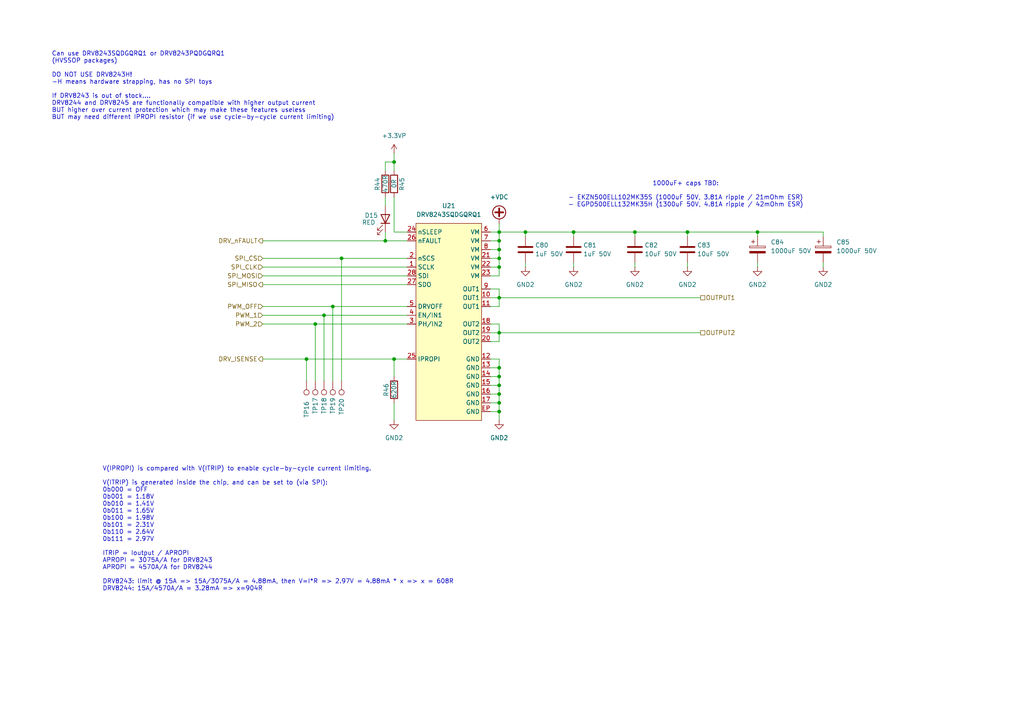
<source format=kicad_sch>
(kicad_sch (version 20250114) (generator "eeschema") (generator_version "9.0")
  (paper "A4")
  (lib_symbols
    (symbol "Connector:TestPoint" (pin_numbers (hide yes)) (pin_names (offset 0.762) (hide yes))
      (property "Reference" "TP" (at 0 6.858 0))
      (property "Value" "TestPoint" (at 0 5.08 0))
      (symbol "TestPoint_0_1"
        (circle (center 0 3.302) (radius 0.762))
      )
      (symbol "TestPoint_1_1"
        (pin passive line (at 0 0 90) (length 2.54) (name "1") (number "1"))
      )
    )
    (symbol "Device:C" (pin_numbers (hide yes)) (pin_names (offset 0.254))
      (property "Reference" "C" (at 0.635 2.54 0))
      (property "Value" "C" (at 0.635 -2.54 0))
      (symbol "C_0_1"
        (polyline (pts (xy -2.032 0.762) (xy 2.032 0.762)) (stroke (width 0.508)))
        (polyline (pts (xy -2.032 -0.762) (xy 2.032 -0.762)) (stroke (width 0.508)))
      )
      (symbol "C_1_1"
        (pin passive line (at 0 3.81 270) (length 2.794) (name "~") (number "1"))
        (pin passive line (at 0 -3.81 90) (length 2.794) (name "~") (number "2"))
      )
    )
    (symbol "Device:C_Polarized" (pin_numbers (hide yes)) (pin_names (offset 0.254))
      (property "Reference" "C" (at 0.635 2.54 0))
      (property "Value" "C_Polarized" (at 0.635 -2.54 0))
      (symbol "C_Polarized_0_1"
        (rectangle (start -2.286 0.508) (end 2.286 1.016))
        (polyline (pts (xy -1.778 2.286) (xy -0.762 2.286)))
        (polyline (pts (xy -1.27 2.794) (xy -1.27 1.778)))
        (rectangle (start 2.286 -0.508) (end -2.286 -1.016) (fill (type outline)))
      )
      (symbol "C_Polarized_1_1"
        (pin passive line (at 0 3.81 270) (length 2.794) (name "~") (number "1"))
        (pin passive line (at 0 -3.81 90) (length 2.794) (name "~") (number "2"))
      )
    )
    (symbol "Device:LED" (pin_numbers (hide yes)) (pin_names (offset 1.016) (hide yes))
      (property "Reference" "D" (at 0 2.54 0))
      (property "Value" "LED" (at 0 -2.54 0))
      (symbol "LED_0_1"
        (polyline (pts (xy -3.048 -0.762) (xy -4.572 -2.286) (xy -3.81 -2.286) (xy -4.572 -2.286) (xy -4.572 -1.524)))
        (polyline (pts (xy -1.778 -0.762) (xy -3.302 -2.286) (xy -2.54 -2.286) (xy -3.302 -2.286) (xy -3.302 -1.524)))
        (polyline (pts (xy -1.27 0) (xy 1.27 0)))
        (polyline (pts (xy -1.27 -1.27) (xy -1.27 1.27)) (stroke (width 0.254)))
        (polyline (pts (xy 1.27 -1.27) (xy 1.27 1.27) (xy -1.27 0) (xy 1.27 -1.27)) (stroke (width 0.254)))
      )
      (symbol "LED_1_1"
        (pin passive line (at -3.81 0 0) (length 2.54) (name "K") (number "1"))
        (pin passive line (at 3.81 0 180) (length 2.54) (name "A") (number "2"))
      )
    )
    (symbol "Device:R" (pin_numbers (hide yes)) (pin_names (offset 0))
      (property "Reference" "R" (at 2.032 0 90))
      (property "Value" "R" (at 0 0 90))
      (symbol "R_0_1"
        (rectangle (start -1.016 -2.54) (end 1.016 2.54) (stroke (width 0.254)))
      )
      (symbol "R_1_1"
        (pin passive line (at 0 3.81 270) (length 1.27) (name "~") (number "1"))
        (pin passive line (at 0 -3.81 90) (length 1.27) (name "~") (number "2"))
      )
    )
    (symbol "parts:DRV8243SQDGQRQ1"
      (property "Reference" "U" (at 0.762 1.27 0))
      (property "Value" "DRV8243SQDGQRQ1" (at 14.224 1.27 0))
      (symbol "DRV8243SQDGQRQ1_1_1"
        (rectangle (start 0 0) (end 19.05 -57.15) (fill (type background)))
        (pin input line (at -2.54 -2.54 0) (length 2.54) (name "nSLEEP") (number "24"))
        (pin input line (at -2.54 -5.08 0) (length 2.54) (name "nFAULT") (number "26"))
        (pin input line (at -2.54 -10.16 0) (length 2.54) (name "nSCS") (number "2"))
        (pin input line (at -2.54 -12.7 0) (length 2.54) (name "SCLK") (number "1"))
        (pin input line (at -2.54 -15.24 0) (length 2.54) (name "SDI") (number "28"))
        (pin output line (at -2.54 -17.78 0) (length 2.54) (name "SDO") (number "27"))
        (pin input line (at -2.54 -24.13 0) (length 2.54) (name "DRVOFF") (number "5"))
        (pin input line (at -2.54 -26.67 0) (length 2.54) (name "EN/IN1") (number "4"))
        (pin input line (at -2.54 -29.21 0) (length 2.54) (name "PH/IN2") (number "3"))
        (pin passive line (at -2.54 -39.37 0) (length 2.54) (name "IPROPI") (number "25"))
        (pin power_in line (at 21.59 -2.54 180) (length 2.54) (name "VM") (number "6"))
        (pin power_in line (at 21.59 -5.08 180) (length 2.54) (name "VM") (number "7"))
        (pin power_in line (at 21.59 -7.62 180) (length 2.54) (name "VM") (number "8"))
        (pin power_in line (at 21.59 -10.16 180) (length 2.54) (name "VM") (number "21"))
        (pin power_in line (at 21.59 -12.7 180) (length 2.54) (name "VM") (number "22"))
        (pin power_in line (at 21.59 -15.24 180) (length 2.54) (name "VM") (number "23"))
        (pin output line (at 21.59 -19.05 180) (length 2.54) (name "OUT1") (number "9"))
        (pin output line (at 21.59 -21.59 180) (length 2.54) (name "OUT1") (number "10"))
        (pin output line (at 21.59 -24.13 180) (length 2.54) (name "OUT1") (number "11"))
        (pin output line (at 21.59 -29.21 180) (length 2.54) (name "OUT2") (number "18"))
        (pin output line (at 21.59 -31.75 180) (length 2.54) (name "OUT2") (number "19"))
        (pin output line (at 21.59 -34.29 180) (length 2.54) (name "OUT2") (number "20"))
        (pin power_in line (at 21.59 -39.37 180) (length 2.54) (name "GND") (number "12"))
        (pin power_in line (at 21.59 -41.91 180) (length 2.54) (name "GND") (number "13"))
        (pin power_in line (at 21.59 -44.45 180) (length 2.54) (name "GND") (number "14"))
        (pin power_in line (at 21.59 -46.99 180) (length 2.54) (name "GND") (number "15"))
        (pin power_in line (at 21.59 -49.53 180) (length 2.54) (name "GND") (number "16"))
        (pin power_in line (at 21.59 -52.07 180) (length 2.54) (name "GND") (number "17"))
        (pin power_in line (at 21.59 -54.61 180) (length 2.54) (name "GND") (number "EP"))
      )
    )
    (symbol "power:+3.3VP" (power) (pin_numbers (hide yes)) (pin_names (offset 0) (hide yes))
      (property "Value" "+3.3VP" (at 0 3.556 0))
      (symbol "+3.3VP_0_0"
        (pin power_in line (at 0 0 90) (length 0) (name "~") (number "1"))
      )
      (symbol "+3.3VP_0_1"
        (polyline (pts (xy -0.762 1.27) (xy 0 2.54)))
        (polyline (pts (xy 0 2.54) (xy 0.762 1.27)))
        (polyline (pts (xy 0 0) (xy 0 2.54)))
      )
    )
    (symbol "power:+VDC" (power) (pin_numbers (hide yes)) (pin_names (offset 0) (hide yes))
      (property "Value" "+VDC" (at 0 6.35 0))
      (symbol "+VDC_0_1"
        (polyline (pts (xy -1.143 3.175) (xy 1.143 3.175)) (stroke (width 0.508)))
        (circle (center 0 3.175) (radius 1.905) (stroke (width 0.254)))
        (polyline (pts (xy 0 2.032) (xy 0 4.318)) (stroke (width 0.508)))
        (polyline (pts (xy 0 0) (xy 0 1.27)))
      )
      (symbol "+VDC_1_1"
        (pin power_in line (at 0 0 90) (length 0) (name "~") (number "1"))
      )
    )
    (symbol "power:GND2" (power) (pin_numbers (hide yes)) (pin_names (offset 0) (hide yes))
      (property "Value" "GND2" (at 0 -3.81 0))
      (symbol "GND2_0_1"
        (polyline (pts (xy 0 0) (xy 0 -1.27) (xy 1.27 -1.27) (xy 0 -2.54) (xy -1.27 -1.27) (xy 0 -1.27)))
      )
      (symbol "GND2_1_1"
        (pin power_in line (at 0 0 270) (length 0) (name "~") (number "1"))
      )
    )
  )
  (text "Can use DRV8243SQDGQRQ1 or DRV8243PQDGQRQ1\n(HVSSOP packages)\n\nDO NOT USE DRV8243H!\n-H means hardware strapping, has no SPI toys\n\nIf DRV8243 is out of stock....\nDRV8244 and DRV8245 are functionally compatible with higher output current\nBUT higher over current protection which may make these features useless\nBUT may need different IPROPI resistor (if we use cycle-by-cycle current limiting)" (at 14.986 24.892 0) (effects (font (size 1.27 1.27)) (justify left)))
  (text "1000uF+ caps TBD:\n\n- EKZN500ELL102MK35S (1000uF 50V, 3.81A ripple / 21mOhm ESR)\n- EGPD500ELL132MK35H (1300uF 50V, 4.81A ripple / 42mOhm ESR)" (at 198.882 56.388 0) (effects (font (size 1.27 1.27))))
  (text "V(IPROPI) is compared with V(ITRIP) to enable cycle-by-cycle current limiting.\n\nV(ITRIP) is generated inside the chip, and can be set to (via SPI):\n0b000 = OFF\n0b001 = 1.18V\n0b010 = 1.41V\n0b011 = 1.65V\n0b100 = 1.98V\n0b101 = 2.31V\n0b110 = 2.64V\n0b111 = 2.97V\n\nITRIP = Ioutput / APROPI\nAPROPI = 3075A/A for DRV8243\nAPROPI = 4570A/A for DRV8244\n\nDRV8243: limit @ 15A => 15A/3075A/A = 4.88mA, then V=I*R => 2.97V = 4.88mA * x => x = 608R\nDRV8244: 15A/4570A/A = 3.28mA => x=904R" (at 29.718 153.416 0) (effects (font (size 1.27 1.27)) (justify left)))
  (junction (at 144.78 67.31))
  (junction (at 91.44 93.98))
  (junction (at 199.39 67.31))
  (junction (at 144.78 77.47))
  (junction (at 144.78 96.52))
  (junction (at 184.15 67.31))
  (junction (at 144.78 72.39))
  (junction (at 144.78 86.36))
  (junction (at 144.78 74.93))
  (junction (at 114.3 104.14))
  (junction (at 144.78 119.38))
  (junction (at 144.78 114.3))
  (junction (at 144.78 69.85))
  (junction (at 144.78 109.22))
  (junction (at 144.78 111.76))
  (junction (at 88.9 104.14))
  (junction (at 99.06 74.93))
  (junction (at 96.52 88.9))
  (junction (at 219.71 67.31))
  (junction (at 111.76 69.85))
  (junction (at 144.78 116.84))
  (junction (at 166.37 67.31))
  (junction (at 93.98 91.44))
  (junction (at 114.3 46.99))
  (junction (at 152.4 67.31))
  (junction (at 144.78 106.68))
  (wire (pts (xy 142.24 74.93) (xy 144.78 74.93)))
  (wire (pts (xy 142.24 96.52) (xy 144.78 96.52)))
  (wire (pts (xy 142.24 106.68) (xy 144.78 106.68)))
  (wire (pts (xy 142.24 114.3) (xy 144.78 114.3)))
  (wire (pts (xy 114.3 67.31) (xy 114.3 57.15)))
  (wire (pts (xy 111.76 49.53) (xy 111.76 46.99)))
  (wire (pts (xy 144.78 83.82) (xy 144.78 86.36)))
  (wire (pts (xy 144.78 67.31) (xy 144.78 64.77)))
  (wire (pts (xy 142.24 86.36) (xy 144.78 86.36)))
  (wire (pts (xy 144.78 72.39) (xy 144.78 69.85)))
  (wire (pts (xy 152.4 68.58) (xy 152.4 67.31)))
  (wire (pts (xy 152.4 67.31) (xy 144.78 67.31)))
  (wire (pts (xy 114.3 116.84) (xy 114.3 121.92)))
  (wire (pts (xy 76.2 88.9) (xy 96.52 88.9)))
  (wire (pts (xy 142.24 111.76) (xy 144.78 111.76)))
  (wire (pts (xy 199.39 67.31) (xy 219.71 67.31)))
  (wire (pts (xy 144.78 96.52) (xy 203.2 96.52)))
  (wire (pts (xy 142.24 77.47) (xy 144.78 77.47)))
  (wire (pts (xy 144.78 99.06) (xy 144.78 96.52)))
  (wire (pts (xy 118.11 69.85) (xy 111.76 69.85)))
  (wire (pts (xy 238.76 67.31) (xy 219.71 67.31)))
  (wire (pts (xy 76.2 74.93) (xy 99.06 74.93)))
  (wire (pts (xy 184.15 68.58) (xy 184.15 67.31)))
  (wire (pts (xy 114.3 46.99) (xy 114.3 44.45)))
  (wire (pts (xy 91.44 93.98) (xy 118.11 93.98)))
  (wire (pts (xy 142.24 80.01) (xy 144.78 80.01)))
  (wire (pts (xy 118.11 104.14) (xy 114.3 104.14)))
  (wire (pts (xy 142.24 109.22) (xy 144.78 109.22)))
  (wire (pts (xy 114.3 49.53) (xy 114.3 46.99)))
  (wire (pts (xy 96.52 88.9) (xy 96.52 110.49)))
  (wire (pts (xy 184.15 76.2) (xy 184.15 77.47)))
  (wire (pts (xy 142.24 72.39) (xy 144.78 72.39)))
  (wire (pts (xy 142.24 104.14) (xy 144.78 104.14)))
  (wire (pts (xy 219.71 76.2) (xy 219.71 77.47)))
  (wire (pts (xy 144.78 69.85) (xy 144.78 67.31)))
  (wire (pts (xy 142.24 88.9) (xy 144.78 88.9)))
  (wire (pts (xy 76.2 91.44) (xy 93.98 91.44)))
  (wire (pts (xy 144.78 86.36) (xy 203.2 86.36)))
  (wire (pts (xy 166.37 67.31) (xy 184.15 67.31)))
  (wire (pts (xy 238.76 76.2) (xy 238.76 77.47)))
  (wire (pts (xy 199.39 76.2) (xy 199.39 77.47)))
  (wire (pts (xy 93.98 91.44) (xy 93.98 110.49)))
  (wire (pts (xy 76.2 82.55) (xy 118.11 82.55)))
  (wire (pts (xy 166.37 76.2) (xy 166.37 77.47)))
  (wire (pts (xy 144.78 80.01) (xy 144.78 77.47)))
  (wire (pts (xy 144.78 116.84) (xy 144.78 119.38)))
  (wire (pts (xy 142.24 83.82) (xy 144.78 83.82)))
  (wire (pts (xy 184.15 67.31) (xy 199.39 67.31)))
  (wire (pts (xy 99.06 74.93) (xy 118.11 74.93)))
  (wire (pts (xy 142.24 93.98) (xy 144.78 93.98)))
  (wire (pts (xy 199.39 68.58) (xy 199.39 67.31)))
  (wire (pts (xy 111.76 69.85) (xy 111.76 67.31)))
  (wire (pts (xy 99.06 110.49) (xy 99.06 74.93)))
  (wire (pts (xy 91.44 93.98) (xy 91.44 110.49)))
  (wire (pts (xy 142.24 69.85) (xy 144.78 69.85)))
  (wire (pts (xy 219.71 68.58) (xy 219.71 67.31)))
  (wire (pts (xy 142.24 67.31) (xy 144.78 67.31)))
  (wire (pts (xy 76.2 69.85) (xy 111.76 69.85)))
  (wire (pts (xy 118.11 67.31) (xy 114.3 67.31)))
  (wire (pts (xy 144.78 119.38) (xy 144.78 121.92)))
  (wire (pts (xy 144.78 104.14) (xy 144.78 106.68)))
  (wire (pts (xy 76.2 93.98) (xy 91.44 93.98)))
  (wire (pts (xy 144.78 109.22) (xy 144.78 111.76)))
  (wire (pts (xy 88.9 110.49) (xy 88.9 104.14)))
  (wire (pts (xy 111.76 59.69) (xy 111.76 57.15)))
  (wire (pts (xy 144.78 111.76) (xy 144.78 114.3)))
  (wire (pts (xy 142.24 119.38) (xy 144.78 119.38)))
  (wire (pts (xy 114.3 104.14) (xy 114.3 109.22)))
  (wire (pts (xy 144.78 93.98) (xy 144.78 96.52)))
  (wire (pts (xy 88.9 104.14) (xy 114.3 104.14)))
  (wire (pts (xy 152.4 67.31) (xy 166.37 67.31)))
  (wire (pts (xy 238.76 68.58) (xy 238.76 67.31)))
  (wire (pts (xy 76.2 80.01) (xy 118.11 80.01)))
  (wire (pts (xy 142.24 116.84) (xy 144.78 116.84)))
  (wire (pts (xy 144.78 88.9) (xy 144.78 86.36)))
  (wire (pts (xy 96.52 88.9) (xy 118.11 88.9)))
  (wire (pts (xy 144.78 114.3) (xy 144.78 116.84)))
  (wire (pts (xy 93.98 91.44) (xy 118.11 91.44)))
  (wire (pts (xy 166.37 68.58) (xy 166.37 67.31)))
  (wire (pts (xy 142.24 99.06) (xy 144.78 99.06)))
  (wire (pts (xy 76.2 104.14) (xy 88.9 104.14)))
  (wire (pts (xy 144.78 77.47) (xy 144.78 74.93)))
  (wire (pts (xy 111.76 46.99) (xy 114.3 46.99)))
  (wire (pts (xy 152.4 76.2) (xy 152.4 77.47)))
  (wire (pts (xy 76.2 77.47) (xy 118.11 77.47)))
  (wire (pts (xy 144.78 74.93) (xy 144.78 72.39)))
  (wire (pts (xy 144.78 106.68) (xy 144.78 109.22)))
  (hierarchical_label "SPI_MISO" (shape output) (at 76.2 82.55 180))
  (hierarchical_label "DRV_ISENSE" (shape output) (at 76.2 104.14 180))
  (hierarchical_label "OUTPUT2" (shape passive) (at 203.2 96.52 0))
  (hierarchical_label "SPI_CLK" (shape input) (at 76.2 77.47 180))
  (hierarchical_label "PWM_OFF" (shape input) (at 76.2 88.9 180))
  (hierarchical_label "PWM_1" (shape input) (at 76.2 91.44 180))
  (hierarchical_label "SPI_MOSI" (shape input) (at 76.2 80.01 180))
  (hierarchical_label "PWM_2" (shape input) (at 76.2 93.98 180))
  (hierarchical_label "OUTPUT1" (shape passive) (at 203.2 86.36 0))
  (hierarchical_label "SPI_CS" (shape input) (at 76.2 74.93 180))
  (hierarchical_label "DRV_nFAULT" (shape output) (at 76.2 69.85 180))
  (symbol (lib_id "power:GND2") (at 199.39 77.47 0) (unit 1)
    (property "Reference" "#PWR076" (effects (hide yes)))
    (property "Value" "GND2" (at 199.39 82.55 0))
    (property "Description" "Power symbol creates a global label with name \"GND2\" , ground" (effects (hide yes)))
    (instances (project "anarchytechnobox" (path "" (reference "#PWR0152") (unit 1)) (path "" (reference "#PWR0142") (unit 1)) (path "" (reference "#PWR086") (unit 1)) (path "" (reference "#PWR076") (unit 1))))
  )
  (symbol (lib_id "parts:DRV8243SQDGQRQ1") (at 120.65 64.77 0) (unit 1)
    (property "Reference" "U11" (at 130.175 59.69 0))
    (property "Value" "DRV8243SQDGQRQ1" (at 130.175 62.23 0))
    (property "Footprint" "parts:TI_HVSSOP-28" (effects (hide yes)))
    (property "Datasheet" "https://www.ti.com/lit/ds/symlink/drv8243-q1.pdf" (effects (hide yes)))
    (property "Description" "Automotive H-Bridge Driver with Integrated Current Sense and Diagnostics" (effects (hide yes)))
    (property "MPN" "DRV8243SQDGQRQ1" (effects (hide yes)))
    (instances (project "anarchytechnobox" (path "" (reference "U21") (unit 1)) (path "" (reference "U20") (unit 1)) (path "" (reference "U12") (unit 1)) (path "" (reference "U11") (unit 1))))
  )
  (symbol (lib_id "Connector:TestPoint") (at 91.44 110.49 180) (unit 1)
    (property "Reference" "TP2" (at 91.44 120.142 90) (effects (justify right)))
    (property "Value" "TestPoint" (effects (hide yes)))
    (property "Footprint" "TestPoint:TestPoint_Pad_D1.0mm" (effects (hide yes)))
    (property "Description" "test point" (effects (hide yes)))
    (instances (project "anarchytechnobox" (path "" (reference "TP17") (unit 1)) (path "" (reference "TP12") (unit 1)) (path "" (reference "TP7") (unit 1)) (path "" (reference "TP2") (unit 1))))
  )
  (symbol (lib_id "Device:C") (at 199.39 72.39 0) (unit 1)
    (property "Reference" "C37" (at 202.184 71.12 0) (effects (justify left)))
    (property "Value" "10uF 50V" (at 202.184 73.66 0) (effects (justify left)))
    (property "Footprint" "Capacitor_SMD:C_1206_3216Metric" (effects (hide yes)))
    (property "Description" "Unpolarized capacitor" (effects (hide yes)))
    (instances (project "anarchytechnobox" (path "" (reference "C83") (unit 1)) (path "" (reference "C77") (unit 1)) (path "" (reference "C43") (unit 1)) (path "" (reference "C37") (unit 1))))
  )
  (symbol (lib_id "Device:R") (at 114.3 113.03 0) (mirror y) (unit 1)
    (property "Reference" "R14" (at 112.014 115.062 90) (effects (justify left)))
    (property "Value" "620R" (at 114.3 115.57 90) (effects (justify left)))
    (property "Footprint" "Resistor_SMD:R_0402_1005Metric" (effects (hide yes)))
    (property "Description" "Resistor" (effects (hide yes)))
    (instances (project "anarchytechnobox" (path "" (reference "R46") (unit 1)) (path "" (reference "R43") (unit 1)) (path "" (reference "R17") (unit 1)) (path "" (reference "R14") (unit 1))))
  )
  (symbol (lib_id "Device:C_Polarized") (at 219.71 72.39 0) (unit 1)
    (property "Reference" "C38" (at 223.52 70.2309 0) (effects (justify left)))
    (property "Value" "1000uF 50V" (at 223.52 72.7709 0) (effects (justify left)))
    (property "Footprint" "Capacitor_THT:CP_Radial_D12.5mm_P5.00mm" (effects (hide yes)))
    (property "Description" "Polarized capacitor" (effects (hide yes)))
    (instances (project "anarchytechnobox" (path "" (reference "C84") (unit 1)) (path "" (reference "C78") (unit 1)) (path "" (reference "C44") (unit 1)) (path "" (reference "C38") (unit 1))))
  )
  (symbol (lib_id "power:+3.3VP") (at 114.3 44.45 0) (unit 1)
    (property "Reference" "#PWR069" (effects (hide yes)))
    (property "Value" "+3.3VP" (at 114.3 39.37 0))
    (property "Description" "Power symbol creates a global label with name \"+3.3VP\"" (effects (hide yes)))
    (instances (project "anarchytechnobox" (path "" (reference "#PWR0145") (unit 1)) (path "" (reference "#PWR0135") (unit 1)) (path "" (reference "#PWR079") (unit 1)) (path "" (reference "#PWR069") (unit 1))))
  )
  (symbol (lib_id "Connector:TestPoint") (at 93.98 110.49 180) (unit 1)
    (property "Reference" "TP3" (at 93.98 120.142 90) (effects (justify right)))
    (property "Value" "TestPoint" (effects (hide yes)))
    (property "Footprint" "TestPoint:TestPoint_Pad_D1.0mm" (effects (hide yes)))
    (property "Description" "test point" (effects (hide yes)))
    (instances (project "anarchytechnobox" (path "" (reference "TP18") (unit 1)) (path "" (reference "TP13") (unit 1)) (path "" (reference "TP8") (unit 1)) (path "" (reference "TP3") (unit 1))))
  )
  (symbol (lib_id "power:GND2") (at 219.71 77.47 0) (unit 1)
    (property "Reference" "#PWR077" (effects (hide yes)))
    (property "Value" "GND2" (at 219.71 82.55 0))
    (property "Description" "Power symbol creates a global label with name \"GND2\" , ground" (effects (hide yes)))
    (instances (project "anarchytechnobox" (path "" (reference "#PWR0153") (unit 1)) (path "" (reference "#PWR0143") (unit 1)) (path "" (reference "#PWR087") (unit 1)) (path "" (reference "#PWR077") (unit 1))))
  )
  (symbol (lib_id "Device:C") (at 152.4 72.39 0) (unit 1)
    (property "Reference" "C34" (at 155.194 71.12 0) (effects (justify left)))
    (property "Value" "1uF 50V" (at 155.194 73.66 0) (effects (justify left)))
    (property "Footprint" "Capacitor_SMD:C_0603_1608Metric" (effects (hide yes)))
    (property "Description" "Unpolarized capacitor" (effects (hide yes)))
    (instances (project "anarchytechnobox" (path "" (reference "C80") (unit 1)) (path "" (reference "C74") (unit 1)) (path "" (reference "C40") (unit 1)) (path "" (reference "C34") (unit 1))))
  )
  (symbol (lib_id "Device:R") (at 114.3 53.34 0) (unit 1)
    (property "Reference" "R13" (at 116.586 55.372 90) (effects (justify left)))
    (property "Value" "0R" (at 114.3 54.61 90) (effects (justify left)))
    (property "Footprint" "Resistor_SMD:R_0402_1005Metric" (effects (hide yes)))
    (property "Description" "Resistor" (effects (hide yes)))
    (instances (project "anarchytechnobox" (path "" (reference "R45") (unit 1)) (path "" (reference "R42") (unit 1)) (path "" (reference "R16") (unit 1)) (path "" (reference "R13") (unit 1))))
  )
  (symbol (lib_id "power:GND2") (at 114.3 121.92 0) (unit 1)
    (property "Reference" "#PWR070" (effects (hide yes)))
    (property "Value" "GND2" (at 114.3 127 0))
    (property "Description" "Power symbol creates a global label with name \"GND2\" , ground" (effects (hide yes)))
    (instances (project "anarchytechnobox" (path "" (reference "#PWR0146") (unit 1)) (path "" (reference "#PWR0136") (unit 1)) (path "" (reference "#PWR080") (unit 1)) (path "" (reference "#PWR070") (unit 1))))
  )
  (symbol (lib_id "Device:R") (at 111.76 53.34 0) (mirror y) (unit 1)
    (property "Reference" "R12" (at 109.474 55.372 90) (effects (justify left)))
    (property "Value" "470R" (at 111.76 55.88 90) (effects (justify left)))
    (property "Footprint" "Resistor_SMD:R_0402_1005Metric" (effects (hide yes)))
    (property "Description" "Resistor" (effects (hide yes)))
    (instances (project "anarchytechnobox" (path "" (reference "R44") (unit 1)) (path "" (reference "R41") (unit 1)) (path "" (reference "R15") (unit 1)) (path "" (reference "R12") (unit 1))))
  )
  (symbol (lib_id "Connector:TestPoint") (at 88.9 110.49 180) (unit 1)
    (property "Reference" "TP1" (at 88.9 116.332 90) (effects (justify left)))
    (property "Value" "TestPoint" (effects (hide yes)))
    (property "Footprint" "TestPoint:TestPoint_Pad_D1.0mm" (effects (hide yes)))
    (property "Description" "test point" (effects (hide yes)))
    (instances (project "anarchytechnobox" (path "" (reference "TP16") (unit 1)) (path "" (reference "TP11") (unit 1)) (path "" (reference "TP6") (unit 1)) (path "" (reference "TP1") (unit 1))))
  )
  (symbol (lib_id "Connector:TestPoint") (at 96.52 110.49 180) (unit 1)
    (property "Reference" "TP4" (at 96.52 120.142 90) (effects (justify right)))
    (property "Value" "TestPoint" (effects (hide yes)))
    (property "Footprint" "TestPoint:TestPoint_Pad_D1.0mm" (effects (hide yes)))
    (property "Description" "test point" (effects (hide yes)))
    (instances (project "anarchytechnobox" (path "" (reference "TP19") (unit 1)) (path "" (reference "TP14") (unit 1)) (path "" (reference "TP9") (unit 1)) (path "" (reference "TP4") (unit 1))))
  )
  (symbol (lib_id "power:GND2") (at 238.76 77.47 0) (unit 1)
    (property "Reference" "#PWR078" (effects (hide yes)))
    (property "Value" "GND2" (at 238.76 82.55 0))
    (property "Description" "Power symbol creates a global label with name \"GND2\" , ground" (effects (hide yes)))
    (instances (project "anarchytechnobox" (path "" (reference "#PWR0154") (unit 1)) (path "" (reference "#PWR0144") (unit 1)) (path "" (reference "#PWR088") (unit 1)) (path "" (reference "#PWR078") (unit 1))))
  )
  (symbol (lib_id "power:+VDC") (at 144.78 64.77 0) (unit 1)
    (property "Reference" "#PWR071" (effects (hide yes)))
    (property "Value" "+VDC" (at 144.78 57.15 0))
    (property "Description" "Power symbol creates a global label with name \"+VDC\"" (effects (hide yes)))
    (instances (project "anarchytechnobox" (path "" (reference "#PWR0147") (unit 1)) (path "" (reference "#PWR0137") (unit 1)) (path "" (reference "#PWR081") (unit 1)) (path "" (reference "#PWR071") (unit 1))))
  )
  (symbol (lib_id "power:GND2") (at 152.4 77.47 0) (unit 1)
    (property "Reference" "#PWR073" (effects (hide yes)))
    (property "Value" "GND2" (at 152.4 82.55 0))
    (property "Description" "Power symbol creates a global label with name \"GND2\" , ground" (effects (hide yes)))
    (instances (project "anarchytechnobox" (path "" (reference "#PWR0149") (unit 1)) (path "" (reference "#PWR0139") (unit 1)) (path "" (reference "#PWR083") (unit 1)) (path "" (reference "#PWR073") (unit 1))))
  )
  (symbol (lib_id "power:GND2") (at 144.78 121.92 0) (unit 1)
    (property "Reference" "#PWR072" (effects (hide yes)))
    (property "Value" "GND2" (at 144.78 127 0))
    (property "Description" "Power symbol creates a global label with name \"GND2\" , ground" (effects (hide yes)))
    (instances (project "anarchytechnobox" (path "" (reference "#PWR0148") (unit 1)) (path "" (reference "#PWR0138") (unit 1)) (path "" (reference "#PWR082") (unit 1)) (path "" (reference "#PWR072") (unit 1))))
  )
  (symbol (lib_id "Connector:TestPoint") (at 99.06 110.49 180) (unit 1)
    (property "Reference" "TP5" (at 99.06 120.396 90) (effects (justify right)))
    (property "Value" "TestPoint" (effects (hide yes)))
    (property "Footprint" "TestPoint:TestPoint_Pad_D1.0mm" (effects (hide yes)))
    (property "Description" "test point" (effects (hide yes)))
    (instances (project "anarchytechnobox" (path "" (reference "TP20") (unit 1)) (path "" (reference "TP15") (unit 1)) (path "" (reference "TP10") (unit 1)) (path "" (reference "TP5") (unit 1))))
  )
  (symbol (lib_id "Device:C") (at 166.37 72.39 0) (unit 1)
    (property "Reference" "C35" (at 169.164 71.12 0) (effects (justify left)))
    (property "Value" "1uF 50V" (at 169.164 73.66 0) (effects (justify left)))
    (property "Footprint" "Capacitor_SMD:C_0603_1608Metric" (effects (hide yes)))
    (property "Description" "Unpolarized capacitor" (effects (hide yes)))
    (instances (project "anarchytechnobox" (path "" (reference "C81") (unit 1)) (path "" (reference "C75") (unit 1)) (path "" (reference "C41") (unit 1)) (path "" (reference "C35") (unit 1))))
  )
  (symbol (lib_id "Device:C_Polarized") (at 238.76 72.39 0) (unit 1)
    (property "Reference" "C39" (at 242.57 70.2309 0) (effects (justify left)))
    (property "Value" "1000uF 50V" (at 242.57 72.7709 0) (effects (justify left)))
    (property "Footprint" "Capacitor_THT:CP_Radial_D12.5mm_P5.00mm" (effects (hide yes)))
    (property "Description" "Polarized capacitor" (effects (hide yes)))
    (instances (project "anarchytechnobox" (path "" (reference "C85") (unit 1)) (path "" (reference "C79") (unit 1)) (path "" (reference "C45") (unit 1)) (path "" (reference "C39") (unit 1))))
  )
  (symbol (lib_id "power:GND2") (at 184.15 77.47 0) (unit 1)
    (property "Reference" "#PWR075" (effects (hide yes)))
    (property "Value" "GND2" (at 184.15 82.55 0))
    (property "Description" "Power symbol creates a global label with name \"GND2\" , ground" (effects (hide yes)))
    (instances (project "anarchytechnobox" (path "" (reference "#PWR0151") (unit 1)) (path "" (reference "#PWR0141") (unit 1)) (path "" (reference "#PWR085") (unit 1)) (path "" (reference "#PWR075") (unit 1))))
  )
  (symbol (lib_id "power:GND2") (at 166.37 77.47 0) (unit 1)
    (property "Reference" "#PWR074" (effects (hide yes)))
    (property "Value" "GND2" (at 166.37 82.55 0))
    (property "Description" "Power symbol creates a global label with name \"GND2\" , ground" (effects (hide yes)))
    (instances (project "anarchytechnobox" (path "" (reference "#PWR0150") (unit 1)) (path "" (reference "#PWR0140") (unit 1)) (path "" (reference "#PWR084") (unit 1)) (path "" (reference "#PWR074") (unit 1))))
  )
  (symbol (lib_id "Device:C") (at 184.15 72.39 0) (unit 1)
    (property "Reference" "C36" (at 186.944 71.12 0) (effects (justify left)))
    (property "Value" "10uF 50V" (at 186.944 73.66 0) (effects (justify left)))
    (property "Footprint" "Capacitor_SMD:C_1206_3216Metric" (effects (hide yes)))
    (property "Description" "Unpolarized capacitor" (effects (hide yes)))
    (instances (project "anarchytechnobox" (path "" (reference "C82") (unit 1)) (path "" (reference "C76") (unit 1)) (path "" (reference "C42") (unit 1)) (path "" (reference "C36") (unit 1))))
  )
  (symbol (lib_id "Device:LED") (at 111.76 63.5 270) (mirror x) (unit 1)
    (property "Reference" "D6" (at 107.696 62.484 90))
    (property "Value" "RED" (at 106.934 64.516 90))
    (property "Footprint" "LED_SMD:LED_0603_1608Metric" (effects (hide yes)))
    (property "Description" "Light emitting diode" (effects (hide yes)))
    (property "Sim.Pins" "1=K 2=A" (effects (hide yes)))
    (instances (project "anarchytechnobox" (path "" (reference "D15") (unit 1)) (path "" (reference "D14") (unit 1)) (path "" (reference "D7") (unit 1)) (path "" (reference "D6") (unit 1))))
  )
)
</source>
